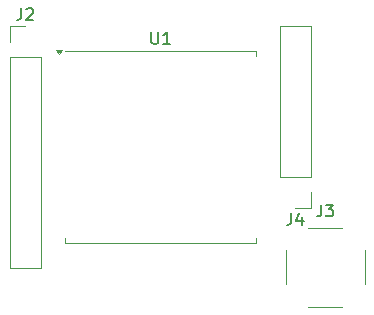
<source format=gbr>
%TF.GenerationSoftware,KiCad,Pcbnew,8.0.6*%
%TF.CreationDate,2024-11-18T16:26:54-05:00*%
%TF.ProjectId,lora_breakout,6c6f7261-5f62-4726-9561-6b6f75742e6b,rev?*%
%TF.SameCoordinates,Original*%
%TF.FileFunction,Legend,Top*%
%TF.FilePolarity,Positive*%
%FSLAX46Y46*%
G04 Gerber Fmt 4.6, Leading zero omitted, Abs format (unit mm)*
G04 Created by KiCad (PCBNEW 8.0.6) date 2024-11-18 16:26:54*
%MOMM*%
%LPD*%
G01*
G04 APERTURE LIST*
%ADD10C,0.150000*%
%ADD11C,0.120000*%
G04 APERTURE END LIST*
D10*
X150796666Y-90684819D02*
X150796666Y-91399104D01*
X150796666Y-91399104D02*
X150749047Y-91541961D01*
X150749047Y-91541961D02*
X150653809Y-91637200D01*
X150653809Y-91637200D02*
X150510952Y-91684819D01*
X150510952Y-91684819D02*
X150415714Y-91684819D01*
X151701428Y-91018152D02*
X151701428Y-91684819D01*
X151463333Y-90637200D02*
X151225238Y-91351485D01*
X151225238Y-91351485D02*
X151844285Y-91351485D01*
X153336666Y-89954819D02*
X153336666Y-90669104D01*
X153336666Y-90669104D02*
X153289047Y-90811961D01*
X153289047Y-90811961D02*
X153193809Y-90907200D01*
X153193809Y-90907200D02*
X153050952Y-90954819D01*
X153050952Y-90954819D02*
X152955714Y-90954819D01*
X153717619Y-89954819D02*
X154336666Y-89954819D01*
X154336666Y-89954819D02*
X154003333Y-90335771D01*
X154003333Y-90335771D02*
X154146190Y-90335771D01*
X154146190Y-90335771D02*
X154241428Y-90383390D01*
X154241428Y-90383390D02*
X154289047Y-90431009D01*
X154289047Y-90431009D02*
X154336666Y-90526247D01*
X154336666Y-90526247D02*
X154336666Y-90764342D01*
X154336666Y-90764342D02*
X154289047Y-90859580D01*
X154289047Y-90859580D02*
X154241428Y-90907200D01*
X154241428Y-90907200D02*
X154146190Y-90954819D01*
X154146190Y-90954819D02*
X153860476Y-90954819D01*
X153860476Y-90954819D02*
X153765238Y-90907200D01*
X153765238Y-90907200D02*
X153717619Y-90859580D01*
X127936666Y-73324819D02*
X127936666Y-74039104D01*
X127936666Y-74039104D02*
X127889047Y-74181961D01*
X127889047Y-74181961D02*
X127793809Y-74277200D01*
X127793809Y-74277200D02*
X127650952Y-74324819D01*
X127650952Y-74324819D02*
X127555714Y-74324819D01*
X128365238Y-73420057D02*
X128412857Y-73372438D01*
X128412857Y-73372438D02*
X128508095Y-73324819D01*
X128508095Y-73324819D02*
X128746190Y-73324819D01*
X128746190Y-73324819D02*
X128841428Y-73372438D01*
X128841428Y-73372438D02*
X128889047Y-73420057D01*
X128889047Y-73420057D02*
X128936666Y-73515295D01*
X128936666Y-73515295D02*
X128936666Y-73610533D01*
X128936666Y-73610533D02*
X128889047Y-73753390D01*
X128889047Y-73753390D02*
X128317619Y-74324819D01*
X128317619Y-74324819D02*
X128936666Y-74324819D01*
X138938095Y-75344819D02*
X138938095Y-76154342D01*
X138938095Y-76154342D02*
X138985714Y-76249580D01*
X138985714Y-76249580D02*
X139033333Y-76297200D01*
X139033333Y-76297200D02*
X139128571Y-76344819D01*
X139128571Y-76344819D02*
X139319047Y-76344819D01*
X139319047Y-76344819D02*
X139414285Y-76297200D01*
X139414285Y-76297200D02*
X139461904Y-76249580D01*
X139461904Y-76249580D02*
X139509523Y-76154342D01*
X139509523Y-76154342D02*
X139509523Y-75344819D01*
X140509523Y-76344819D02*
X139938095Y-76344819D01*
X140223809Y-76344819D02*
X140223809Y-75344819D01*
X140223809Y-75344819D02*
X140128571Y-75487676D01*
X140128571Y-75487676D02*
X140033333Y-75582914D01*
X140033333Y-75582914D02*
X139938095Y-75630533D01*
D11*
%TO.C,J4*%
X152460000Y-90230000D02*
X151130000Y-90230000D01*
X152460000Y-88900000D02*
X152460000Y-90230000D01*
X152460000Y-87630000D02*
X152460000Y-74870000D01*
X152460000Y-87630000D02*
X149800000Y-87630000D01*
X152460000Y-74870000D02*
X149800000Y-74870000D01*
X149800000Y-87630000D02*
X149800000Y-74870000D01*
%TO.C,J3*%
X157025000Y-93800000D02*
X157025000Y-96700000D01*
X152220000Y-98605000D02*
X155120000Y-98605000D01*
X152220000Y-91895000D02*
X155120000Y-91895000D01*
X150315000Y-93800000D02*
X150315000Y-96700000D01*
%TO.C,J2*%
X126940000Y-74870000D02*
X128270000Y-74870000D01*
X126940000Y-76200000D02*
X126940000Y-74870000D01*
X126940000Y-77470000D02*
X126940000Y-95310000D01*
X126940000Y-77470000D02*
X129600000Y-77470000D01*
X126940000Y-95310000D02*
X129600000Y-95310000D01*
X129600000Y-77470000D02*
X129600000Y-95310000D01*
%TO.C,U1*%
X131600000Y-76990000D02*
X147800000Y-76990000D01*
X131600000Y-92790000D02*
X131600000Y-93190000D01*
X131600000Y-93190000D02*
X147800000Y-93190000D01*
X147800000Y-76990000D02*
X147800000Y-77390000D01*
X147800000Y-93190000D02*
X147800000Y-92790000D01*
X131100000Y-77190000D02*
X130860000Y-76854000D01*
X131340000Y-76854000D01*
X131100000Y-77190000D01*
G36*
X131100000Y-77190000D02*
G01*
X130860000Y-76854000D01*
X131340000Y-76854000D01*
X131100000Y-77190000D01*
G37*
%TD*%
M02*

</source>
